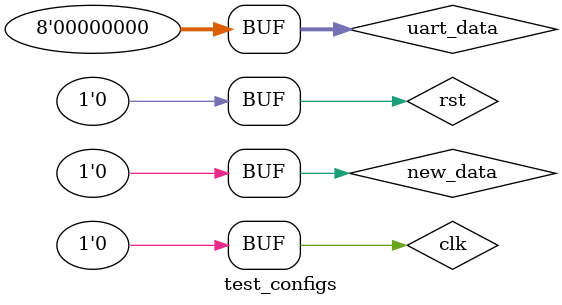
<source format=v>
`timescale 1ns / 1ps


module test_configs;

	// Inputs
	reg [7:0] uart_data;
	reg rst;
	reg clk;
	reg new_data;

	// Outputs
	wire intaking_configs;
	wire [7:0] channel_select;
	wire [4:0] aline_select;
	wire [31:0] pulse_shape;
	wire [15:0] c0a0;
	wire [15:0] c0a1;
	wire [15:0] c0a2;
	wire [15:0] c0a3;
	wire [15:0] c0a4;
	wire [15:0] c0a5;
	wire [15:0] c0a6;
	wire [15:0] c0a7;
	wire [15:0] c0a8;
	wire [15:0] c0a9;
	wire [15:0] c0a10;
	wire [15:0] c0a11;
	wire [15:0] c0a12;
	wire [15:0] c0a13;
	wire [15:0] c0a14;
	wire [15:0] c0a15;
	wire [15:0] c1a0;
	wire [15:0] c1a1;
	wire [15:0] c1a2;
	wire [15:0] c1a3;
	wire [15:0] c1a4;
	wire [15:0] c1a5;
	wire [15:0] c1a6;
	wire [15:0] c1a7;
	wire [15:0] c1a8;
	wire [15:0] c1a9;
	wire [15:0] c1a10;
	wire [15:0] c1a11;
	wire [15:0] c1a12;
	wire [15:0] c1a13;
	wire [15:0] c1a14;
	wire [15:0] c1a15;
	wire [15:0] c2a0;
	wire [15:0] c2a1;
	wire [15:0] c2a2;
	wire [15:0] c2a3;
	wire [15:0] c2a4;
	wire [15:0] c2a5;
	wire [15:0] c2a6;
	wire [15:0] c2a7;
	wire [15:0] c2a8;
	wire [15:0] c2a9;
	wire [15:0] c2a10;
	wire [15:0] c2a11;
	wire [15:0] c2a12;
	wire [15:0] c2a13;
	wire [15:0] c2a14;
	wire [15:0] c2a15;
	wire [15:0] c3a0;
	wire [15:0] c3a1;
	wire [15:0] c3a2;
	wire [15:0] c3a3;
	wire [15:0] c3a4;
	wire [15:0] c3a5;
	wire [15:0] c3a6;
	wire [15:0] c3a7;
	wire [15:0] c3a8;
	wire [15:0] c3a9;
	wire [15:0] c3a10;
	wire [15:0] c3a11;
	wire [15:0] c3a12;
	wire [15:0] c3a13;
	wire [15:0] c3a14;
	wire [15:0] c3a15;
	wire [15:0] c4a0;
	wire [15:0] c4a1;
	wire [15:0] c4a2;
	wire [15:0] c4a3;
	wire [15:0] c4a4;
	wire [15:0] c4a5;
	wire [15:0] c4a6;
	wire [15:0] c4a7;
	wire [15:0] c4a8;
	wire [15:0] c4a9;
	wire [15:0] c4a10;
	wire [15:0] c4a11;
	wire [15:0] c4a12;
	wire [15:0] c4a13;
	wire [15:0] c4a14;
	wire [15:0] c4a15;
	wire [15:0] c5a0;
	wire [15:0] c5a1;
	wire [15:0] c5a2;
	wire [15:0] c5a3;
	wire [15:0] c5a4;
	wire [15:0] c5a5;
	wire [15:0] c5a6;
	wire [15:0] c5a7;
	wire [15:0] c5a8;
	wire [15:0] c5a9;
	wire [15:0] c5a10;
	wire [15:0] c5a11;
	wire [15:0] c5a12;
	wire [15:0] c5a13;
	wire [15:0] c5a14;
	wire [15:0] c5a15;
	wire [15:0] c6a0;
	wire [15:0] c6a1;
	wire [15:0] c6a2;
	wire [15:0] c6a3;
	wire [15:0] c6a4;
	wire [15:0] c6a5;
	wire [15:0] c6a6;
	wire [15:0] c6a7;
	wire [15:0] c6a8;
	wire [15:0] c6a9;
	wire [15:0] c6a10;
	wire [15:0] c6a11;
	wire [15:0] c6a12;
	wire [15:0] c6a13;
	wire [15:0] c6a14;
	wire [15:0] c6a15;
	wire [15:0] c7a0;
	wire [15:0] c7a1;
	wire [15:0] c7a2;
	wire [15:0] c7a3;
	wire [15:0] c7a4;
	wire [15:0] c7a5;
	wire [15:0] c7a6;
	wire [15:0] c7a7;
	wire [15:0] c7a8;
	wire [15:0] ca79;
	wire [15:0] c7a10;
	wire [15:0] c7a11;
	wire [15:0] c7a12;
	wire [15:0] c7a13;
	wire [15:0] c7a14;
	wire [15:0] c7a15;

	// Instantiate the Unit Under Test (UUT)
	store_configs uut (
		.uart_data(uart_data), 
		.rst(rst), 
		.clk(clk), 
		.new_data(new_data), 
		.intaking_configs(intaking_configs), 
		.channel_select(channel_select), 
		.aline_select(aline_select), 
		.pulse_shape(pulse_shape), 
		.c0a0(c0a0), 
		.c0a1(c0a1), 
		.c0a2(c0a2), 
		.c0a3(c0a3), 
		.c0a4(c0a4), 
		.c0a5(c0a5), 
		.c0a6(c0a6), 
		.c0a7(c0a7), 
		.c0a8(c0a8), 
		.c0a9(c0a9), 
		.c0a10(c0a10), 
		.c0a11(c0a11), 
		.c0a12(c0a12), 
		.c0a13(c0a13), 
		.c0a14(c0a14), 
		.c0a15(c0a15), 
		.c1a0(c1a0), 
		.c1a1(c1a1), 
		.c1a2(c1a2), 
		.c1a3(c1a3), 
		.c1a4(c1a4), 
		.c1a5(c1a5), 
		.c1a6(c1a6), 
		.c1a7(c1a7), 
		.c1a8(c1a8), 
		.c1a9(c1a9), 
		.c1a10(c1a10), 
		.c1a11(c1a11), 
		.c1a12(c1a12), 
		.c1a13(c1a13), 
		.c1a14(c1a14), 
		.c1a15(c1a15), 
		.c2a0(c2a0), 
		.c2a1(c2a1), 
		.c2a2(c2a2), 
		.c2a3(c2a3), 
		.c2a4(c2a4), 
		.c2a5(c2a5), 
		.c2a6(c2a6), 
		.c2a7(c2a7), 
		.c2a8(c2a8), 
		.c2a9(c2a9), 
		.c2a10(c2a10), 
		.c2a11(c2a11), 
		.c2a12(c2a12), 
		.c2a13(c2a13), 
		.c2a14(c2a14), 
		.c2a15(c2a15), 
		.c3a0(c3a0), 
		.c3a1(c3a1), 
		.c3a2(c3a2), 
		.c3a3(c3a3), 
		.c3a4(c3a4), 
		.c3a5(c3a5), 
		.c3a6(c3a6), 
		.c3a7(c3a7), 
		.c3a8(c3a8), 
		.c3a9(c3a9), 
		.c3a10(c3a10), 
		.c3a11(c3a11), 
		.c3a12(c3a12), 
		.c3a13(c3a13), 
		.c3a14(c3a14), 
		.c3a15(c3a15), 
		.c4a0(c4a0), 
		.c4a1(c4a1), 
		.c4a2(c4a2), 
		.c4a3(c4a3), 
		.c4a4(c4a4), 
		.c4a5(c4a5), 
		.c4a6(c4a6), 
		.c4a7(c4a7), 
		.c4a8(c4a8), 
		.c4a9(c4a9), 
		.c4a10(c4a10), 
		.c4a11(c4a11), 
		.c4a12(c4a12), 
		.c4a13(c4a13), 
		.c4a14(c4a14), 
		.c4a15(c4a15), 
		.c5a0(c5a0), 
		.c5a1(c5a1), 
		.c5a2(c5a2), 
		.c5a3(c5a3), 
		.c5a4(c5a4), 
		.c5a5(c5a5), 
		.c5a6(c5a6), 
		.c5a7(c5a7), 
		.c5a8(c5a8), 
		.c5a9(c5a9), 
		.c5a10(c5a10), 
		.c5a11(c5a11), 
		.c5a12(c5a12), 
		.c5a13(c5a13), 
		.c5a14(c5a14), 
		.c5a15(c5a15), 
		.c6a0(c6a0), 
		.c6a1(c6a1), 
		.c6a2(c6a2), 
		.c6a3(c6a3), 
		.c6a4(c6a4), 
		.c6a5(c6a5), 
		.c6a6(c6a6), 
		.c6a7(c6a7), 
		.c6a8(c6a8), 
		.c6a9(c6a9), 
		.c6a10(c6a10), 
		.c6a11(c6a11), 
		.c6a12(c6a12), 
		.c6a13(c6a13), 
		.c6a14(c6a14), 
		.c6a15(c6a15), 
		.c7a0(c7a0), 
		.c7a1(c7a1), 
		.c7a2(c7a2), 
		.c7a3(c7a3), 
		.c7a4(c7a4), 
		.c7a5(c7a5), 
		.c7a6(c7a6), 
		.c7a7(c7a7), 
		.c7a8(c7a8), 
		.ca79(ca79), 
		.c7a10(c7a10), 
		.c7a11(c7a11), 
		.c7a12(c7a12), 
		.c7a13(c7a13), 
		.c7a14(c7a14), 
		.c7a15(c7a15)
	);

	initial begin
		// Initialize Inputs
		uart_data = 0;
		rst = 0;
		clk = 0;
		new_data = 0;

		// Wait 100 ns for global reset to finish
		#100;
        
		// Add stimulus here

	end
      
endmodule


</source>
